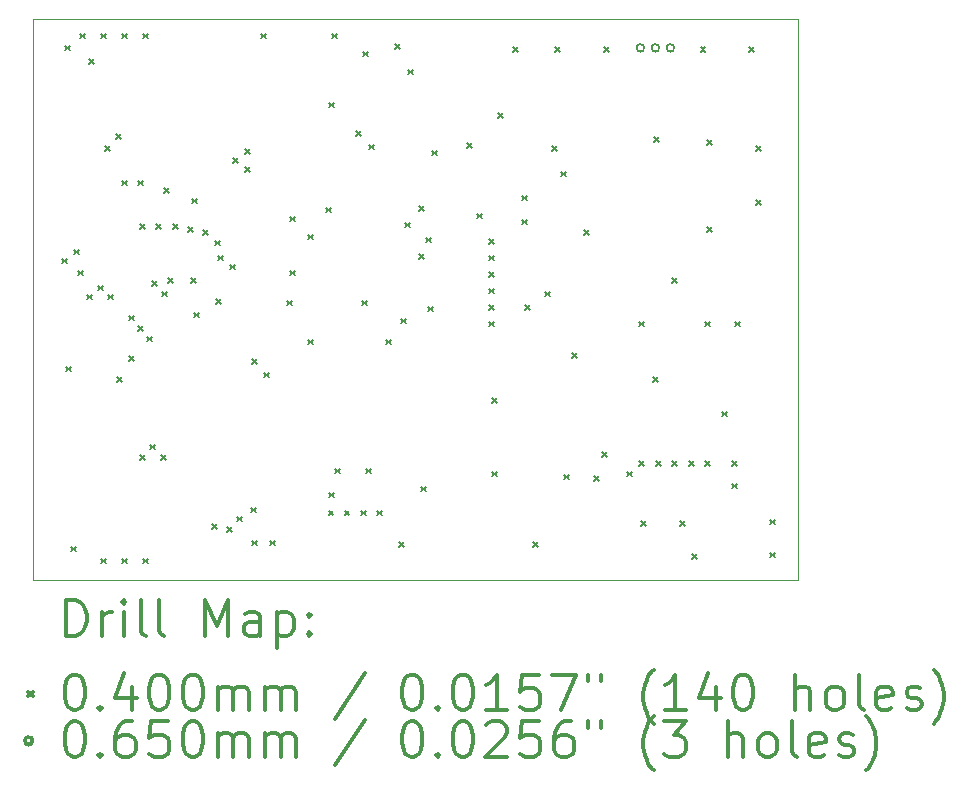
<source format=gbr>
%FSLAX45Y45*%
G04 Gerber Fmt 4.5, Leading zero omitted, Abs format (unit mm)*
G04 Created by KiCad (PCBNEW (5.1.10)-1) date 2021-11-28 20:39:46*
%MOMM*%
%LPD*%
G01*
G04 APERTURE LIST*
%TA.AperFunction,Profile*%
%ADD10C,0.050000*%
%TD*%
%ADD11C,0.200000*%
%ADD12C,0.300000*%
G04 APERTURE END LIST*
D10*
X16802100Y-5727700D02*
X10325100Y-5727700D01*
X16802100Y-10477500D02*
X16802100Y-5727700D01*
X10325100Y-10477500D02*
X16802100Y-10477500D01*
X10325100Y-5727700D02*
X10325100Y-10477500D01*
D11*
X10571800Y-7752400D02*
X10611800Y-7792400D01*
X10611800Y-7752400D02*
X10571800Y-7792400D01*
X10597200Y-5949000D02*
X10637200Y-5989000D01*
X10637200Y-5949000D02*
X10597200Y-5989000D01*
X10609900Y-8666800D02*
X10649900Y-8706800D01*
X10649900Y-8666800D02*
X10609900Y-8706800D01*
X10648000Y-10190800D02*
X10688000Y-10230800D01*
X10688000Y-10190800D02*
X10648000Y-10230800D01*
X10673400Y-7676200D02*
X10713400Y-7716200D01*
X10713400Y-7676200D02*
X10673400Y-7716200D01*
X10711500Y-7854000D02*
X10751500Y-7894000D01*
X10751500Y-7854000D02*
X10711500Y-7894000D01*
X10724200Y-5847400D02*
X10764200Y-5887400D01*
X10764200Y-5847400D02*
X10724200Y-5887400D01*
X10787700Y-8057200D02*
X10827700Y-8097200D01*
X10827700Y-8057200D02*
X10787700Y-8097200D01*
X10800400Y-6063300D02*
X10840400Y-6103300D01*
X10840400Y-6063300D02*
X10800400Y-6103300D01*
X10876600Y-7981000D02*
X10916600Y-8021000D01*
X10916600Y-7981000D02*
X10876600Y-8021000D01*
X10902000Y-5847400D02*
X10942000Y-5887400D01*
X10942000Y-5847400D02*
X10902000Y-5887400D01*
X10902000Y-10292400D02*
X10942000Y-10332400D01*
X10942000Y-10292400D02*
X10902000Y-10332400D01*
X10940100Y-6799900D02*
X10980100Y-6839900D01*
X10980100Y-6799900D02*
X10940100Y-6839900D01*
X10965500Y-8057200D02*
X11005500Y-8097200D01*
X11005500Y-8057200D02*
X10965500Y-8097200D01*
X11029000Y-6698300D02*
X11069000Y-6738300D01*
X11069000Y-6698300D02*
X11029000Y-6738300D01*
X11041700Y-8755700D02*
X11081700Y-8795700D01*
X11081700Y-8755700D02*
X11041700Y-8795700D01*
X11079800Y-5847400D02*
X11119800Y-5887400D01*
X11119800Y-5847400D02*
X11079800Y-5887400D01*
X11079800Y-7092000D02*
X11119800Y-7132000D01*
X11119800Y-7092000D02*
X11079800Y-7132000D01*
X11079800Y-10292400D02*
X11119800Y-10332400D01*
X11119800Y-10292400D02*
X11079800Y-10332400D01*
X11143300Y-8235000D02*
X11183300Y-8275000D01*
X11183300Y-8235000D02*
X11143300Y-8275000D01*
X11143300Y-8577900D02*
X11183300Y-8617900D01*
X11183300Y-8577900D02*
X11143300Y-8617900D01*
X11219500Y-7092000D02*
X11259500Y-7132000D01*
X11259500Y-7092000D02*
X11219500Y-7132000D01*
X11219500Y-8323900D02*
X11259500Y-8363900D01*
X11259500Y-8323900D02*
X11219500Y-8363900D01*
X11232200Y-7460300D02*
X11272200Y-7500300D01*
X11272200Y-7460300D02*
X11232200Y-7500300D01*
X11232200Y-9416100D02*
X11272200Y-9456100D01*
X11272200Y-9416100D02*
X11232200Y-9456100D01*
X11257600Y-5847400D02*
X11297600Y-5887400D01*
X11297600Y-5847400D02*
X11257600Y-5887400D01*
X11257600Y-10292400D02*
X11297600Y-10332400D01*
X11297600Y-10292400D02*
X11257600Y-10332400D01*
X11295700Y-8412800D02*
X11335700Y-8452800D01*
X11335700Y-8412800D02*
X11295700Y-8452800D01*
X11321100Y-9327200D02*
X11361100Y-9367200D01*
X11361100Y-9327200D02*
X11321100Y-9367200D01*
X11333800Y-7942900D02*
X11373800Y-7982900D01*
X11373800Y-7942900D02*
X11333800Y-7982900D01*
X11371900Y-7460300D02*
X11411900Y-7500300D01*
X11411900Y-7460300D02*
X11371900Y-7500300D01*
X11410000Y-9416100D02*
X11450000Y-9456100D01*
X11450000Y-9416100D02*
X11410000Y-9456100D01*
X11422700Y-8031800D02*
X11462700Y-8071800D01*
X11462700Y-8031800D02*
X11422700Y-8071800D01*
X11435400Y-7155500D02*
X11475400Y-7195500D01*
X11475400Y-7155500D02*
X11435400Y-7195500D01*
X11473500Y-7917500D02*
X11513500Y-7957500D01*
X11513500Y-7917500D02*
X11473500Y-7957500D01*
X11511600Y-7460300D02*
X11551600Y-7500300D01*
X11551600Y-7460300D02*
X11511600Y-7500300D01*
X11638600Y-7485700D02*
X11678600Y-7525700D01*
X11678600Y-7485700D02*
X11638600Y-7525700D01*
X11664000Y-7917500D02*
X11704000Y-7957500D01*
X11704000Y-7917500D02*
X11664000Y-7957500D01*
X11676700Y-7244400D02*
X11716700Y-7284400D01*
X11716700Y-7244400D02*
X11676700Y-7284400D01*
X11689400Y-8209600D02*
X11729400Y-8249600D01*
X11729400Y-8209600D02*
X11689400Y-8249600D01*
X11765600Y-7511100D02*
X11805600Y-7551100D01*
X11805600Y-7511100D02*
X11765600Y-7551100D01*
X11841800Y-10000300D02*
X11881800Y-10040300D01*
X11881800Y-10000300D02*
X11841800Y-10040300D01*
X11867200Y-7600000D02*
X11907200Y-7640000D01*
X11907200Y-7600000D02*
X11867200Y-7640000D01*
X11879900Y-8095300D02*
X11919900Y-8135300D01*
X11919900Y-8095300D02*
X11879900Y-8135300D01*
X11892600Y-7727000D02*
X11932600Y-7767000D01*
X11932600Y-7727000D02*
X11892600Y-7767000D01*
X11968800Y-10025700D02*
X12008800Y-10065700D01*
X12008800Y-10025700D02*
X11968800Y-10065700D01*
X11994200Y-7803200D02*
X12034200Y-7843200D01*
X12034200Y-7803200D02*
X11994200Y-7843200D01*
X12019600Y-6901500D02*
X12059600Y-6941500D01*
X12059600Y-6901500D02*
X12019600Y-6941500D01*
X12057700Y-9936800D02*
X12097700Y-9976800D01*
X12097700Y-9936800D02*
X12057700Y-9976800D01*
X12121200Y-6825300D02*
X12161200Y-6865300D01*
X12161200Y-6825300D02*
X12121200Y-6865300D01*
X12121200Y-6977700D02*
X12161200Y-7017700D01*
X12161200Y-6977700D02*
X12121200Y-7017700D01*
X12172000Y-9860600D02*
X12212000Y-9900600D01*
X12212000Y-9860600D02*
X12172000Y-9900600D01*
X12184700Y-8603300D02*
X12224700Y-8643300D01*
X12224700Y-8603300D02*
X12184700Y-8643300D01*
X12184700Y-10140000D02*
X12224700Y-10180000D01*
X12224700Y-10140000D02*
X12184700Y-10180000D01*
X12260900Y-5847400D02*
X12300900Y-5887400D01*
X12300900Y-5847400D02*
X12260900Y-5887400D01*
X12286300Y-8717600D02*
X12326300Y-8757600D01*
X12326300Y-8717600D02*
X12286300Y-8757600D01*
X12337100Y-10140000D02*
X12377100Y-10180000D01*
X12377100Y-10140000D02*
X12337100Y-10180000D01*
X12476800Y-8108000D02*
X12516800Y-8148000D01*
X12516800Y-8108000D02*
X12476800Y-8148000D01*
X12502200Y-7396800D02*
X12542200Y-7436800D01*
X12542200Y-7396800D02*
X12502200Y-7436800D01*
X12502200Y-7854000D02*
X12542200Y-7894000D01*
X12542200Y-7854000D02*
X12502200Y-7894000D01*
X12654600Y-7549200D02*
X12694600Y-7589200D01*
X12694600Y-7549200D02*
X12654600Y-7589200D01*
X12654600Y-8438200D02*
X12694600Y-8478200D01*
X12694600Y-8438200D02*
X12654600Y-8478200D01*
X12807000Y-7320600D02*
X12847000Y-7360600D01*
X12847000Y-7320600D02*
X12807000Y-7360600D01*
X12829225Y-9886000D02*
X12869225Y-9926000D01*
X12869225Y-9886000D02*
X12829225Y-9926000D01*
X12832400Y-6431600D02*
X12872400Y-6471600D01*
X12872400Y-6431600D02*
X12832400Y-6471600D01*
X12832400Y-9733600D02*
X12872400Y-9773600D01*
X12872400Y-9733600D02*
X12832400Y-9773600D01*
X12857800Y-5847400D02*
X12897800Y-5887400D01*
X12897800Y-5847400D02*
X12857800Y-5887400D01*
X12883200Y-9530400D02*
X12923200Y-9570400D01*
X12923200Y-9530400D02*
X12883200Y-9570400D01*
X12965750Y-9886000D02*
X13005750Y-9926000D01*
X13005750Y-9886000D02*
X12965750Y-9926000D01*
X13061000Y-6672900D02*
X13101000Y-6712900D01*
X13101000Y-6672900D02*
X13061000Y-6712900D01*
X13102275Y-9886000D02*
X13142275Y-9926000D01*
X13142275Y-9886000D02*
X13102275Y-9926000D01*
X13111800Y-8108000D02*
X13151800Y-8148000D01*
X13151800Y-8108000D02*
X13111800Y-8148000D01*
X13124500Y-5999800D02*
X13164500Y-6039800D01*
X13164500Y-5999800D02*
X13124500Y-6039800D01*
X13149900Y-9530400D02*
X13189900Y-9570400D01*
X13189900Y-9530400D02*
X13149900Y-9570400D01*
X13175300Y-6787200D02*
X13215300Y-6827200D01*
X13215300Y-6787200D02*
X13175300Y-6827200D01*
X13238800Y-9886000D02*
X13278800Y-9926000D01*
X13278800Y-9886000D02*
X13238800Y-9926000D01*
X13315000Y-8438200D02*
X13355000Y-8478200D01*
X13355000Y-8438200D02*
X13315000Y-8478200D01*
X13391200Y-5936300D02*
X13431200Y-5976300D01*
X13431200Y-5936300D02*
X13391200Y-5976300D01*
X13429300Y-10152700D02*
X13469300Y-10192700D01*
X13469300Y-10152700D02*
X13429300Y-10192700D01*
X13442000Y-8260400D02*
X13482000Y-8300400D01*
X13482000Y-8260400D02*
X13442000Y-8300400D01*
X13480100Y-7447600D02*
X13520100Y-7487600D01*
X13520100Y-7447600D02*
X13480100Y-7487600D01*
X13505500Y-6152200D02*
X13545500Y-6192200D01*
X13545500Y-6152200D02*
X13505500Y-6192200D01*
X13594400Y-7307900D02*
X13634400Y-7347900D01*
X13634400Y-7307900D02*
X13594400Y-7347900D01*
X13594400Y-7714300D02*
X13634400Y-7754300D01*
X13634400Y-7714300D02*
X13594400Y-7754300D01*
X13613800Y-9682800D02*
X13653800Y-9722800D01*
X13653800Y-9682800D02*
X13613800Y-9722800D01*
X13657900Y-7574600D02*
X13697900Y-7614600D01*
X13697900Y-7574600D02*
X13657900Y-7614600D01*
X13670600Y-8158800D02*
X13710600Y-8198800D01*
X13710600Y-8158800D02*
X13670600Y-8198800D01*
X13708700Y-6838000D02*
X13748700Y-6878000D01*
X13748700Y-6838000D02*
X13708700Y-6878000D01*
X14000800Y-6774500D02*
X14040800Y-6814500D01*
X14040800Y-6774500D02*
X14000800Y-6814500D01*
X14089700Y-7371400D02*
X14129700Y-7411400D01*
X14129700Y-7371400D02*
X14089700Y-7411400D01*
X14191300Y-7587300D02*
X14231300Y-7627300D01*
X14231300Y-7587300D02*
X14191300Y-7627300D01*
X14191300Y-7727000D02*
X14231300Y-7767000D01*
X14231300Y-7727000D02*
X14191300Y-7767000D01*
X14191300Y-7866700D02*
X14231300Y-7906700D01*
X14231300Y-7866700D02*
X14191300Y-7906700D01*
X14191300Y-8006400D02*
X14231300Y-8046400D01*
X14231300Y-8006400D02*
X14191300Y-8046400D01*
X14191300Y-8146100D02*
X14231300Y-8186100D01*
X14231300Y-8146100D02*
X14191300Y-8186100D01*
X14191300Y-8285800D02*
X14231300Y-8325800D01*
X14231300Y-8285800D02*
X14191300Y-8325800D01*
X14216700Y-8933500D02*
X14256700Y-8973500D01*
X14256700Y-8933500D02*
X14216700Y-8973500D01*
X14216700Y-9555800D02*
X14256700Y-9595800D01*
X14256700Y-9555800D02*
X14216700Y-9595800D01*
X14267500Y-6520500D02*
X14307500Y-6560500D01*
X14307500Y-6520500D02*
X14267500Y-6560500D01*
X14394500Y-5961700D02*
X14434500Y-6001700D01*
X14434500Y-5961700D02*
X14394500Y-6001700D01*
X14470700Y-7219000D02*
X14510700Y-7259000D01*
X14510700Y-7219000D02*
X14470700Y-7259000D01*
X14470700Y-7422200D02*
X14510700Y-7462200D01*
X14510700Y-7422200D02*
X14470700Y-7462200D01*
X14496100Y-8146100D02*
X14536100Y-8186100D01*
X14536100Y-8146100D02*
X14496100Y-8186100D01*
X14559600Y-10152700D02*
X14599600Y-10192700D01*
X14599600Y-10152700D02*
X14559600Y-10192700D01*
X14661200Y-8031800D02*
X14701200Y-8071800D01*
X14701200Y-8031800D02*
X14661200Y-8071800D01*
X14724700Y-6799900D02*
X14764700Y-6839900D01*
X14764700Y-6799900D02*
X14724700Y-6839900D01*
X14750100Y-5961700D02*
X14790100Y-6001700D01*
X14790100Y-5961700D02*
X14750100Y-6001700D01*
X14800900Y-7015800D02*
X14840900Y-7055800D01*
X14840900Y-7015800D02*
X14800900Y-7055800D01*
X14826300Y-9581200D02*
X14866300Y-9621200D01*
X14866300Y-9581200D02*
X14826300Y-9621200D01*
X14889800Y-8552500D02*
X14929800Y-8592500D01*
X14929800Y-8552500D02*
X14889800Y-8592500D01*
X14991400Y-7511100D02*
X15031400Y-7551100D01*
X15031400Y-7511100D02*
X14991400Y-7551100D01*
X15080300Y-9593900D02*
X15120300Y-9633900D01*
X15120300Y-9593900D02*
X15080300Y-9633900D01*
X15143800Y-9390700D02*
X15183800Y-9430700D01*
X15183800Y-9390700D02*
X15143800Y-9430700D01*
X15159675Y-5961700D02*
X15199675Y-6001700D01*
X15199675Y-5961700D02*
X15159675Y-6001700D01*
X15359700Y-9555800D02*
X15399700Y-9595800D01*
X15399700Y-9555800D02*
X15359700Y-9595800D01*
X15461300Y-8285800D02*
X15501300Y-8325800D01*
X15501300Y-8285800D02*
X15461300Y-8325800D01*
X15461300Y-9466900D02*
X15501300Y-9506900D01*
X15501300Y-9466900D02*
X15461300Y-9506900D01*
X15474000Y-9974900D02*
X15514000Y-10014900D01*
X15514000Y-9974900D02*
X15474000Y-10014900D01*
X15575600Y-8755700D02*
X15615600Y-8795700D01*
X15615600Y-8755700D02*
X15575600Y-8795700D01*
X15588300Y-6723700D02*
X15628300Y-6763700D01*
X15628300Y-6723700D02*
X15588300Y-6763700D01*
X15601000Y-9466900D02*
X15641000Y-9506900D01*
X15641000Y-9466900D02*
X15601000Y-9506900D01*
X15740700Y-7917500D02*
X15780700Y-7957500D01*
X15780700Y-7917500D02*
X15740700Y-7957500D01*
X15740700Y-9466900D02*
X15780700Y-9506900D01*
X15780700Y-9466900D02*
X15740700Y-9506900D01*
X15804200Y-9974900D02*
X15844200Y-10014900D01*
X15844200Y-9974900D02*
X15804200Y-10014900D01*
X15880400Y-9466900D02*
X15920400Y-9506900D01*
X15920400Y-9466900D02*
X15880400Y-9506900D01*
X15905800Y-10254300D02*
X15945800Y-10294300D01*
X15945800Y-10254300D02*
X15905800Y-10294300D01*
X15978825Y-5961700D02*
X16018825Y-6001700D01*
X16018825Y-5961700D02*
X15978825Y-6001700D01*
X16020100Y-8285800D02*
X16060100Y-8325800D01*
X16060100Y-8285800D02*
X16020100Y-8325800D01*
X16020100Y-9466900D02*
X16060100Y-9506900D01*
X16060100Y-9466900D02*
X16020100Y-9506900D01*
X16032800Y-6749100D02*
X16072800Y-6789100D01*
X16072800Y-6749100D02*
X16032800Y-6789100D01*
X16032800Y-7485700D02*
X16072800Y-7525700D01*
X16072800Y-7485700D02*
X16032800Y-7525700D01*
X16159800Y-9047800D02*
X16199800Y-9087800D01*
X16199800Y-9047800D02*
X16159800Y-9087800D01*
X16248700Y-9466900D02*
X16288700Y-9506900D01*
X16288700Y-9466900D02*
X16248700Y-9506900D01*
X16248700Y-9657400D02*
X16288700Y-9697400D01*
X16288700Y-9657400D02*
X16248700Y-9697400D01*
X16274100Y-8285800D02*
X16314100Y-8325800D01*
X16314100Y-8285800D02*
X16274100Y-8325800D01*
X16388400Y-5961700D02*
X16428400Y-6001700D01*
X16428400Y-5961700D02*
X16388400Y-6001700D01*
X16451900Y-6799900D02*
X16491900Y-6839900D01*
X16491900Y-6799900D02*
X16451900Y-6839900D01*
X16451900Y-7257100D02*
X16491900Y-7297100D01*
X16491900Y-7257100D02*
X16451900Y-7297100D01*
X16566200Y-9962200D02*
X16606200Y-10002200D01*
X16606200Y-9962200D02*
X16566200Y-10002200D01*
X16566200Y-10241600D02*
X16606200Y-10281600D01*
X16606200Y-10241600D02*
X16566200Y-10281600D01*
X15501100Y-5969000D02*
G75*
G03*
X15501100Y-5969000I-32500J0D01*
G01*
X15628100Y-5969000D02*
G75*
G03*
X15628100Y-5969000I-32500J0D01*
G01*
X15755100Y-5969000D02*
G75*
G03*
X15755100Y-5969000I-32500J0D01*
G01*
D12*
X10609028Y-10945714D02*
X10609028Y-10645714D01*
X10680457Y-10645714D01*
X10723314Y-10660000D01*
X10751886Y-10688572D01*
X10766171Y-10717143D01*
X10780457Y-10774286D01*
X10780457Y-10817143D01*
X10766171Y-10874286D01*
X10751886Y-10902857D01*
X10723314Y-10931429D01*
X10680457Y-10945714D01*
X10609028Y-10945714D01*
X10909028Y-10945714D02*
X10909028Y-10745714D01*
X10909028Y-10802857D02*
X10923314Y-10774286D01*
X10937600Y-10760000D01*
X10966171Y-10745714D01*
X10994743Y-10745714D01*
X11094743Y-10945714D02*
X11094743Y-10745714D01*
X11094743Y-10645714D02*
X11080457Y-10660000D01*
X11094743Y-10674286D01*
X11109028Y-10660000D01*
X11094743Y-10645714D01*
X11094743Y-10674286D01*
X11280457Y-10945714D02*
X11251886Y-10931429D01*
X11237600Y-10902857D01*
X11237600Y-10645714D01*
X11437600Y-10945714D02*
X11409028Y-10931429D01*
X11394743Y-10902857D01*
X11394743Y-10645714D01*
X11780457Y-10945714D02*
X11780457Y-10645714D01*
X11880457Y-10860000D01*
X11980457Y-10645714D01*
X11980457Y-10945714D01*
X12251886Y-10945714D02*
X12251886Y-10788572D01*
X12237600Y-10760000D01*
X12209028Y-10745714D01*
X12151886Y-10745714D01*
X12123314Y-10760000D01*
X12251886Y-10931429D02*
X12223314Y-10945714D01*
X12151886Y-10945714D01*
X12123314Y-10931429D01*
X12109028Y-10902857D01*
X12109028Y-10874286D01*
X12123314Y-10845714D01*
X12151886Y-10831429D01*
X12223314Y-10831429D01*
X12251886Y-10817143D01*
X12394743Y-10745714D02*
X12394743Y-11045714D01*
X12394743Y-10760000D02*
X12423314Y-10745714D01*
X12480457Y-10745714D01*
X12509028Y-10760000D01*
X12523314Y-10774286D01*
X12537600Y-10802857D01*
X12537600Y-10888572D01*
X12523314Y-10917143D01*
X12509028Y-10931429D01*
X12480457Y-10945714D01*
X12423314Y-10945714D01*
X12394743Y-10931429D01*
X12666171Y-10917143D02*
X12680457Y-10931429D01*
X12666171Y-10945714D01*
X12651886Y-10931429D01*
X12666171Y-10917143D01*
X12666171Y-10945714D01*
X12666171Y-10760000D02*
X12680457Y-10774286D01*
X12666171Y-10788572D01*
X12651886Y-10774286D01*
X12666171Y-10760000D01*
X12666171Y-10788572D01*
X10282600Y-11420000D02*
X10322600Y-11460000D01*
X10322600Y-11420000D02*
X10282600Y-11460000D01*
X10666171Y-11275714D02*
X10694743Y-11275714D01*
X10723314Y-11290000D01*
X10737600Y-11304286D01*
X10751886Y-11332857D01*
X10766171Y-11390000D01*
X10766171Y-11461429D01*
X10751886Y-11518571D01*
X10737600Y-11547143D01*
X10723314Y-11561429D01*
X10694743Y-11575714D01*
X10666171Y-11575714D01*
X10637600Y-11561429D01*
X10623314Y-11547143D01*
X10609028Y-11518571D01*
X10594743Y-11461429D01*
X10594743Y-11390000D01*
X10609028Y-11332857D01*
X10623314Y-11304286D01*
X10637600Y-11290000D01*
X10666171Y-11275714D01*
X10894743Y-11547143D02*
X10909028Y-11561429D01*
X10894743Y-11575714D01*
X10880457Y-11561429D01*
X10894743Y-11547143D01*
X10894743Y-11575714D01*
X11166171Y-11375714D02*
X11166171Y-11575714D01*
X11094743Y-11261429D02*
X11023314Y-11475714D01*
X11209028Y-11475714D01*
X11380457Y-11275714D02*
X11409028Y-11275714D01*
X11437600Y-11290000D01*
X11451886Y-11304286D01*
X11466171Y-11332857D01*
X11480457Y-11390000D01*
X11480457Y-11461429D01*
X11466171Y-11518571D01*
X11451886Y-11547143D01*
X11437600Y-11561429D01*
X11409028Y-11575714D01*
X11380457Y-11575714D01*
X11351886Y-11561429D01*
X11337600Y-11547143D01*
X11323314Y-11518571D01*
X11309028Y-11461429D01*
X11309028Y-11390000D01*
X11323314Y-11332857D01*
X11337600Y-11304286D01*
X11351886Y-11290000D01*
X11380457Y-11275714D01*
X11666171Y-11275714D02*
X11694743Y-11275714D01*
X11723314Y-11290000D01*
X11737600Y-11304286D01*
X11751886Y-11332857D01*
X11766171Y-11390000D01*
X11766171Y-11461429D01*
X11751886Y-11518571D01*
X11737600Y-11547143D01*
X11723314Y-11561429D01*
X11694743Y-11575714D01*
X11666171Y-11575714D01*
X11637600Y-11561429D01*
X11623314Y-11547143D01*
X11609028Y-11518571D01*
X11594743Y-11461429D01*
X11594743Y-11390000D01*
X11609028Y-11332857D01*
X11623314Y-11304286D01*
X11637600Y-11290000D01*
X11666171Y-11275714D01*
X11894743Y-11575714D02*
X11894743Y-11375714D01*
X11894743Y-11404286D02*
X11909028Y-11390000D01*
X11937600Y-11375714D01*
X11980457Y-11375714D01*
X12009028Y-11390000D01*
X12023314Y-11418571D01*
X12023314Y-11575714D01*
X12023314Y-11418571D02*
X12037600Y-11390000D01*
X12066171Y-11375714D01*
X12109028Y-11375714D01*
X12137600Y-11390000D01*
X12151886Y-11418571D01*
X12151886Y-11575714D01*
X12294743Y-11575714D02*
X12294743Y-11375714D01*
X12294743Y-11404286D02*
X12309028Y-11390000D01*
X12337600Y-11375714D01*
X12380457Y-11375714D01*
X12409028Y-11390000D01*
X12423314Y-11418571D01*
X12423314Y-11575714D01*
X12423314Y-11418571D02*
X12437600Y-11390000D01*
X12466171Y-11375714D01*
X12509028Y-11375714D01*
X12537600Y-11390000D01*
X12551886Y-11418571D01*
X12551886Y-11575714D01*
X13137600Y-11261429D02*
X12880457Y-11647143D01*
X13523314Y-11275714D02*
X13551886Y-11275714D01*
X13580457Y-11290000D01*
X13594743Y-11304286D01*
X13609028Y-11332857D01*
X13623314Y-11390000D01*
X13623314Y-11461429D01*
X13609028Y-11518571D01*
X13594743Y-11547143D01*
X13580457Y-11561429D01*
X13551886Y-11575714D01*
X13523314Y-11575714D01*
X13494743Y-11561429D01*
X13480457Y-11547143D01*
X13466171Y-11518571D01*
X13451886Y-11461429D01*
X13451886Y-11390000D01*
X13466171Y-11332857D01*
X13480457Y-11304286D01*
X13494743Y-11290000D01*
X13523314Y-11275714D01*
X13751886Y-11547143D02*
X13766171Y-11561429D01*
X13751886Y-11575714D01*
X13737600Y-11561429D01*
X13751886Y-11547143D01*
X13751886Y-11575714D01*
X13951886Y-11275714D02*
X13980457Y-11275714D01*
X14009028Y-11290000D01*
X14023314Y-11304286D01*
X14037600Y-11332857D01*
X14051886Y-11390000D01*
X14051886Y-11461429D01*
X14037600Y-11518571D01*
X14023314Y-11547143D01*
X14009028Y-11561429D01*
X13980457Y-11575714D01*
X13951886Y-11575714D01*
X13923314Y-11561429D01*
X13909028Y-11547143D01*
X13894743Y-11518571D01*
X13880457Y-11461429D01*
X13880457Y-11390000D01*
X13894743Y-11332857D01*
X13909028Y-11304286D01*
X13923314Y-11290000D01*
X13951886Y-11275714D01*
X14337600Y-11575714D02*
X14166171Y-11575714D01*
X14251886Y-11575714D02*
X14251886Y-11275714D01*
X14223314Y-11318571D01*
X14194743Y-11347143D01*
X14166171Y-11361429D01*
X14609028Y-11275714D02*
X14466171Y-11275714D01*
X14451886Y-11418571D01*
X14466171Y-11404286D01*
X14494743Y-11390000D01*
X14566171Y-11390000D01*
X14594743Y-11404286D01*
X14609028Y-11418571D01*
X14623314Y-11447143D01*
X14623314Y-11518571D01*
X14609028Y-11547143D01*
X14594743Y-11561429D01*
X14566171Y-11575714D01*
X14494743Y-11575714D01*
X14466171Y-11561429D01*
X14451886Y-11547143D01*
X14723314Y-11275714D02*
X14923314Y-11275714D01*
X14794743Y-11575714D01*
X15023314Y-11275714D02*
X15023314Y-11332857D01*
X15137600Y-11275714D02*
X15137600Y-11332857D01*
X15580457Y-11690000D02*
X15566171Y-11675714D01*
X15537600Y-11632857D01*
X15523314Y-11604286D01*
X15509028Y-11561429D01*
X15494743Y-11490000D01*
X15494743Y-11432857D01*
X15509028Y-11361429D01*
X15523314Y-11318571D01*
X15537600Y-11290000D01*
X15566171Y-11247143D01*
X15580457Y-11232857D01*
X15851886Y-11575714D02*
X15680457Y-11575714D01*
X15766171Y-11575714D02*
X15766171Y-11275714D01*
X15737600Y-11318571D01*
X15709028Y-11347143D01*
X15680457Y-11361429D01*
X16109028Y-11375714D02*
X16109028Y-11575714D01*
X16037600Y-11261429D02*
X15966171Y-11475714D01*
X16151886Y-11475714D01*
X16323314Y-11275714D02*
X16351886Y-11275714D01*
X16380457Y-11290000D01*
X16394743Y-11304286D01*
X16409028Y-11332857D01*
X16423314Y-11390000D01*
X16423314Y-11461429D01*
X16409028Y-11518571D01*
X16394743Y-11547143D01*
X16380457Y-11561429D01*
X16351886Y-11575714D01*
X16323314Y-11575714D01*
X16294743Y-11561429D01*
X16280457Y-11547143D01*
X16266171Y-11518571D01*
X16251886Y-11461429D01*
X16251886Y-11390000D01*
X16266171Y-11332857D01*
X16280457Y-11304286D01*
X16294743Y-11290000D01*
X16323314Y-11275714D01*
X16780457Y-11575714D02*
X16780457Y-11275714D01*
X16909028Y-11575714D02*
X16909028Y-11418571D01*
X16894743Y-11390000D01*
X16866171Y-11375714D01*
X16823314Y-11375714D01*
X16794743Y-11390000D01*
X16780457Y-11404286D01*
X17094743Y-11575714D02*
X17066171Y-11561429D01*
X17051886Y-11547143D01*
X17037600Y-11518571D01*
X17037600Y-11432857D01*
X17051886Y-11404286D01*
X17066171Y-11390000D01*
X17094743Y-11375714D01*
X17137600Y-11375714D01*
X17166171Y-11390000D01*
X17180457Y-11404286D01*
X17194743Y-11432857D01*
X17194743Y-11518571D01*
X17180457Y-11547143D01*
X17166171Y-11561429D01*
X17137600Y-11575714D01*
X17094743Y-11575714D01*
X17366171Y-11575714D02*
X17337600Y-11561429D01*
X17323314Y-11532857D01*
X17323314Y-11275714D01*
X17594743Y-11561429D02*
X17566171Y-11575714D01*
X17509028Y-11575714D01*
X17480457Y-11561429D01*
X17466171Y-11532857D01*
X17466171Y-11418571D01*
X17480457Y-11390000D01*
X17509028Y-11375714D01*
X17566171Y-11375714D01*
X17594743Y-11390000D01*
X17609028Y-11418571D01*
X17609028Y-11447143D01*
X17466171Y-11475714D01*
X17723314Y-11561429D02*
X17751886Y-11575714D01*
X17809028Y-11575714D01*
X17837600Y-11561429D01*
X17851886Y-11532857D01*
X17851886Y-11518571D01*
X17837600Y-11490000D01*
X17809028Y-11475714D01*
X17766171Y-11475714D01*
X17737600Y-11461429D01*
X17723314Y-11432857D01*
X17723314Y-11418571D01*
X17737600Y-11390000D01*
X17766171Y-11375714D01*
X17809028Y-11375714D01*
X17837600Y-11390000D01*
X17951886Y-11690000D02*
X17966171Y-11675714D01*
X17994743Y-11632857D01*
X18009028Y-11604286D01*
X18023314Y-11561429D01*
X18037600Y-11490000D01*
X18037600Y-11432857D01*
X18023314Y-11361429D01*
X18009028Y-11318571D01*
X17994743Y-11290000D01*
X17966171Y-11247143D01*
X17951886Y-11232857D01*
X10322600Y-11836000D02*
G75*
G03*
X10322600Y-11836000I-32500J0D01*
G01*
X10666171Y-11671714D02*
X10694743Y-11671714D01*
X10723314Y-11686000D01*
X10737600Y-11700286D01*
X10751886Y-11728857D01*
X10766171Y-11786000D01*
X10766171Y-11857429D01*
X10751886Y-11914571D01*
X10737600Y-11943143D01*
X10723314Y-11957429D01*
X10694743Y-11971714D01*
X10666171Y-11971714D01*
X10637600Y-11957429D01*
X10623314Y-11943143D01*
X10609028Y-11914571D01*
X10594743Y-11857429D01*
X10594743Y-11786000D01*
X10609028Y-11728857D01*
X10623314Y-11700286D01*
X10637600Y-11686000D01*
X10666171Y-11671714D01*
X10894743Y-11943143D02*
X10909028Y-11957429D01*
X10894743Y-11971714D01*
X10880457Y-11957429D01*
X10894743Y-11943143D01*
X10894743Y-11971714D01*
X11166171Y-11671714D02*
X11109028Y-11671714D01*
X11080457Y-11686000D01*
X11066171Y-11700286D01*
X11037600Y-11743143D01*
X11023314Y-11800286D01*
X11023314Y-11914571D01*
X11037600Y-11943143D01*
X11051886Y-11957429D01*
X11080457Y-11971714D01*
X11137600Y-11971714D01*
X11166171Y-11957429D01*
X11180457Y-11943143D01*
X11194743Y-11914571D01*
X11194743Y-11843143D01*
X11180457Y-11814571D01*
X11166171Y-11800286D01*
X11137600Y-11786000D01*
X11080457Y-11786000D01*
X11051886Y-11800286D01*
X11037600Y-11814571D01*
X11023314Y-11843143D01*
X11466171Y-11671714D02*
X11323314Y-11671714D01*
X11309028Y-11814571D01*
X11323314Y-11800286D01*
X11351886Y-11786000D01*
X11423314Y-11786000D01*
X11451886Y-11800286D01*
X11466171Y-11814571D01*
X11480457Y-11843143D01*
X11480457Y-11914571D01*
X11466171Y-11943143D01*
X11451886Y-11957429D01*
X11423314Y-11971714D01*
X11351886Y-11971714D01*
X11323314Y-11957429D01*
X11309028Y-11943143D01*
X11666171Y-11671714D02*
X11694743Y-11671714D01*
X11723314Y-11686000D01*
X11737600Y-11700286D01*
X11751886Y-11728857D01*
X11766171Y-11786000D01*
X11766171Y-11857429D01*
X11751886Y-11914571D01*
X11737600Y-11943143D01*
X11723314Y-11957429D01*
X11694743Y-11971714D01*
X11666171Y-11971714D01*
X11637600Y-11957429D01*
X11623314Y-11943143D01*
X11609028Y-11914571D01*
X11594743Y-11857429D01*
X11594743Y-11786000D01*
X11609028Y-11728857D01*
X11623314Y-11700286D01*
X11637600Y-11686000D01*
X11666171Y-11671714D01*
X11894743Y-11971714D02*
X11894743Y-11771714D01*
X11894743Y-11800286D02*
X11909028Y-11786000D01*
X11937600Y-11771714D01*
X11980457Y-11771714D01*
X12009028Y-11786000D01*
X12023314Y-11814571D01*
X12023314Y-11971714D01*
X12023314Y-11814571D02*
X12037600Y-11786000D01*
X12066171Y-11771714D01*
X12109028Y-11771714D01*
X12137600Y-11786000D01*
X12151886Y-11814571D01*
X12151886Y-11971714D01*
X12294743Y-11971714D02*
X12294743Y-11771714D01*
X12294743Y-11800286D02*
X12309028Y-11786000D01*
X12337600Y-11771714D01*
X12380457Y-11771714D01*
X12409028Y-11786000D01*
X12423314Y-11814571D01*
X12423314Y-11971714D01*
X12423314Y-11814571D02*
X12437600Y-11786000D01*
X12466171Y-11771714D01*
X12509028Y-11771714D01*
X12537600Y-11786000D01*
X12551886Y-11814571D01*
X12551886Y-11971714D01*
X13137600Y-11657429D02*
X12880457Y-12043143D01*
X13523314Y-11671714D02*
X13551886Y-11671714D01*
X13580457Y-11686000D01*
X13594743Y-11700286D01*
X13609028Y-11728857D01*
X13623314Y-11786000D01*
X13623314Y-11857429D01*
X13609028Y-11914571D01*
X13594743Y-11943143D01*
X13580457Y-11957429D01*
X13551886Y-11971714D01*
X13523314Y-11971714D01*
X13494743Y-11957429D01*
X13480457Y-11943143D01*
X13466171Y-11914571D01*
X13451886Y-11857429D01*
X13451886Y-11786000D01*
X13466171Y-11728857D01*
X13480457Y-11700286D01*
X13494743Y-11686000D01*
X13523314Y-11671714D01*
X13751886Y-11943143D02*
X13766171Y-11957429D01*
X13751886Y-11971714D01*
X13737600Y-11957429D01*
X13751886Y-11943143D01*
X13751886Y-11971714D01*
X13951886Y-11671714D02*
X13980457Y-11671714D01*
X14009028Y-11686000D01*
X14023314Y-11700286D01*
X14037600Y-11728857D01*
X14051886Y-11786000D01*
X14051886Y-11857429D01*
X14037600Y-11914571D01*
X14023314Y-11943143D01*
X14009028Y-11957429D01*
X13980457Y-11971714D01*
X13951886Y-11971714D01*
X13923314Y-11957429D01*
X13909028Y-11943143D01*
X13894743Y-11914571D01*
X13880457Y-11857429D01*
X13880457Y-11786000D01*
X13894743Y-11728857D01*
X13909028Y-11700286D01*
X13923314Y-11686000D01*
X13951886Y-11671714D01*
X14166171Y-11700286D02*
X14180457Y-11686000D01*
X14209028Y-11671714D01*
X14280457Y-11671714D01*
X14309028Y-11686000D01*
X14323314Y-11700286D01*
X14337600Y-11728857D01*
X14337600Y-11757429D01*
X14323314Y-11800286D01*
X14151886Y-11971714D01*
X14337600Y-11971714D01*
X14609028Y-11671714D02*
X14466171Y-11671714D01*
X14451886Y-11814571D01*
X14466171Y-11800286D01*
X14494743Y-11786000D01*
X14566171Y-11786000D01*
X14594743Y-11800286D01*
X14609028Y-11814571D01*
X14623314Y-11843143D01*
X14623314Y-11914571D01*
X14609028Y-11943143D01*
X14594743Y-11957429D01*
X14566171Y-11971714D01*
X14494743Y-11971714D01*
X14466171Y-11957429D01*
X14451886Y-11943143D01*
X14880457Y-11671714D02*
X14823314Y-11671714D01*
X14794743Y-11686000D01*
X14780457Y-11700286D01*
X14751886Y-11743143D01*
X14737600Y-11800286D01*
X14737600Y-11914571D01*
X14751886Y-11943143D01*
X14766171Y-11957429D01*
X14794743Y-11971714D01*
X14851886Y-11971714D01*
X14880457Y-11957429D01*
X14894743Y-11943143D01*
X14909028Y-11914571D01*
X14909028Y-11843143D01*
X14894743Y-11814571D01*
X14880457Y-11800286D01*
X14851886Y-11786000D01*
X14794743Y-11786000D01*
X14766171Y-11800286D01*
X14751886Y-11814571D01*
X14737600Y-11843143D01*
X15023314Y-11671714D02*
X15023314Y-11728857D01*
X15137600Y-11671714D02*
X15137600Y-11728857D01*
X15580457Y-12086000D02*
X15566171Y-12071714D01*
X15537600Y-12028857D01*
X15523314Y-12000286D01*
X15509028Y-11957429D01*
X15494743Y-11886000D01*
X15494743Y-11828857D01*
X15509028Y-11757429D01*
X15523314Y-11714571D01*
X15537600Y-11686000D01*
X15566171Y-11643143D01*
X15580457Y-11628857D01*
X15666171Y-11671714D02*
X15851886Y-11671714D01*
X15751886Y-11786000D01*
X15794743Y-11786000D01*
X15823314Y-11800286D01*
X15837600Y-11814571D01*
X15851886Y-11843143D01*
X15851886Y-11914571D01*
X15837600Y-11943143D01*
X15823314Y-11957429D01*
X15794743Y-11971714D01*
X15709028Y-11971714D01*
X15680457Y-11957429D01*
X15666171Y-11943143D01*
X16209028Y-11971714D02*
X16209028Y-11671714D01*
X16337600Y-11971714D02*
X16337600Y-11814571D01*
X16323314Y-11786000D01*
X16294743Y-11771714D01*
X16251886Y-11771714D01*
X16223314Y-11786000D01*
X16209028Y-11800286D01*
X16523314Y-11971714D02*
X16494743Y-11957429D01*
X16480457Y-11943143D01*
X16466171Y-11914571D01*
X16466171Y-11828857D01*
X16480457Y-11800286D01*
X16494743Y-11786000D01*
X16523314Y-11771714D01*
X16566171Y-11771714D01*
X16594743Y-11786000D01*
X16609028Y-11800286D01*
X16623314Y-11828857D01*
X16623314Y-11914571D01*
X16609028Y-11943143D01*
X16594743Y-11957429D01*
X16566171Y-11971714D01*
X16523314Y-11971714D01*
X16794743Y-11971714D02*
X16766171Y-11957429D01*
X16751886Y-11928857D01*
X16751886Y-11671714D01*
X17023314Y-11957429D02*
X16994743Y-11971714D01*
X16937600Y-11971714D01*
X16909028Y-11957429D01*
X16894743Y-11928857D01*
X16894743Y-11814571D01*
X16909028Y-11786000D01*
X16937600Y-11771714D01*
X16994743Y-11771714D01*
X17023314Y-11786000D01*
X17037600Y-11814571D01*
X17037600Y-11843143D01*
X16894743Y-11871714D01*
X17151886Y-11957429D02*
X17180457Y-11971714D01*
X17237600Y-11971714D01*
X17266171Y-11957429D01*
X17280457Y-11928857D01*
X17280457Y-11914571D01*
X17266171Y-11886000D01*
X17237600Y-11871714D01*
X17194743Y-11871714D01*
X17166171Y-11857429D01*
X17151886Y-11828857D01*
X17151886Y-11814571D01*
X17166171Y-11786000D01*
X17194743Y-11771714D01*
X17237600Y-11771714D01*
X17266171Y-11786000D01*
X17380457Y-12086000D02*
X17394743Y-12071714D01*
X17423314Y-12028857D01*
X17437600Y-12000286D01*
X17451886Y-11957429D01*
X17466171Y-11886000D01*
X17466171Y-11828857D01*
X17451886Y-11757429D01*
X17437600Y-11714571D01*
X17423314Y-11686000D01*
X17394743Y-11643143D01*
X17380457Y-11628857D01*
M02*

</source>
